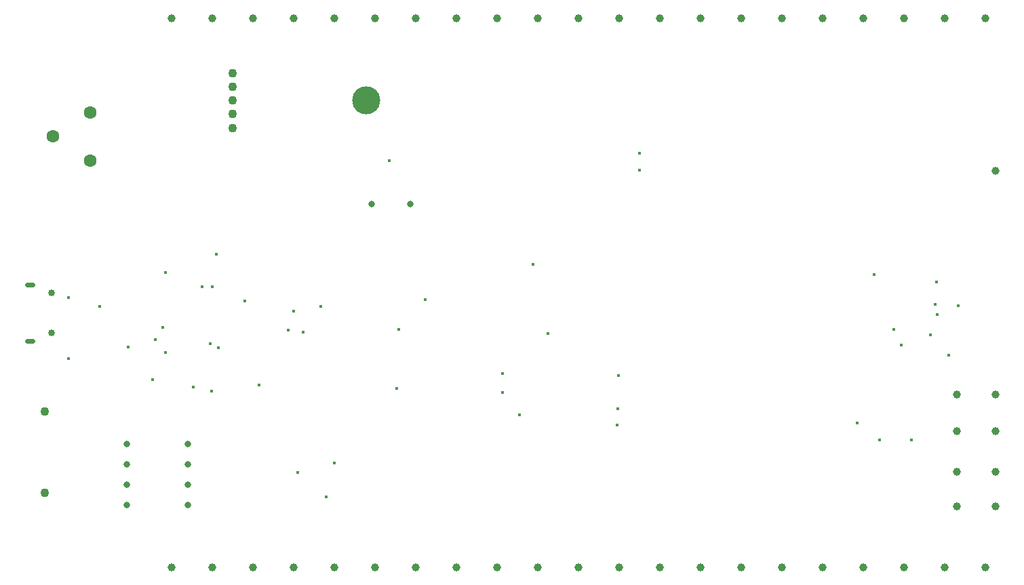
<source format=gbr>
%TF.GenerationSoftware,KiCad,Pcbnew,(5.1.7)-1*%
%TF.CreationDate,2020-11-09T16:27:31-06:00*%
%TF.ProjectId,MCU breakout board,4d435520-6272-4656-916b-6f757420626f,rev?*%
%TF.SameCoordinates,Original*%
%TF.FileFunction,Plated,1,2,PTH,Mixed*%
%TF.FilePolarity,Positive*%
%FSLAX46Y46*%
G04 Gerber Fmt 4.6, Leading zero omitted, Abs format (unit mm)*
G04 Created by KiCad (PCBNEW (5.1.7)-1) date 2020-11-09 16:27:31*
%MOMM*%
%LPD*%
G01*
G04 APERTURE LIST*
%TA.AperFunction,ViaDrill*%
%ADD10C,0.400000*%
%TD*%
G04 aperture for slot hole*
%TA.AperFunction,ComponentDrill*%
%ADD11C,0.600000*%
%TD*%
%TA.AperFunction,ComponentDrill*%
%ADD12C,0.800000*%
%TD*%
%TA.AperFunction,ComponentDrill*%
%ADD13C,0.850000*%
%TD*%
%TA.AperFunction,ComponentDrill*%
%ADD14C,1.000000*%
%TD*%
%TA.AperFunction,ComponentDrill*%
%ADD15C,1.100000*%
%TD*%
%TA.AperFunction,ComponentDrill*%
%ADD16C,1.600000*%
%TD*%
%TA.AperFunction,ComponentDrill*%
%ADD17C,3.500000*%
%TD*%
G04 APERTURE END LIST*
D10*
X58200000Y-118700000D03*
X58200000Y-126400000D03*
X62100000Y-119800000D03*
X65700000Y-124900000D03*
X68751000Y-128949000D03*
X69100000Y-124000000D03*
X70000000Y-122500000D03*
X70300000Y-125600000D03*
X70358000Y-115570000D03*
X73800000Y-129900000D03*
X74930000Y-117348000D03*
X75946000Y-124460000D03*
X76073000Y-130429000D03*
X76200000Y-117348000D03*
X76708000Y-113284000D03*
X76962000Y-124968000D03*
X80264000Y-119126000D03*
X82042000Y-129667000D03*
X85700000Y-122800000D03*
X86360000Y-120396000D03*
X86839500Y-140560500D03*
X87503000Y-123063000D03*
X89725500Y-119824500D03*
X90424000Y-143637000D03*
X91388250Y-139394250D03*
X98298000Y-101600000D03*
X99187000Y-130048000D03*
X99441000Y-122682000D03*
X102767010Y-118974990D03*
X112400000Y-128200000D03*
X112400000Y-130600000D03*
X114554000Y-133350000D03*
X116205000Y-114554000D03*
X118110000Y-123190000D03*
X126746000Y-134620000D03*
X126800000Y-132600000D03*
X126900000Y-128500000D03*
X129500000Y-100700000D03*
X129500000Y-102800000D03*
X156718000Y-134366000D03*
X158800000Y-115900000D03*
X159512000Y-136525000D03*
X161290000Y-122682000D03*
X162179000Y-124688600D03*
X163449000Y-136525000D03*
X165800000Y-123400000D03*
X166402000Y-119602000D03*
X166600000Y-116800000D03*
X166700000Y-120900000D03*
X168100000Y-125900000D03*
X169327011Y-119724989D03*
D11*
%TO.C,J2*%
X53722500Y-117150000D02*
X53022500Y-117150000D01*
X53022500Y-124150000D02*
X53722500Y-124150000D01*
D12*
%TO.C,Y1*%
X96040000Y-107080000D03*
X100920000Y-107080000D03*
%TO.C,U2*%
X65510000Y-137010000D03*
X65510000Y-139550000D03*
X65510000Y-142090000D03*
X65510000Y-144630000D03*
X73130000Y-137010000D03*
X73130000Y-139550000D03*
X73130000Y-142090000D03*
X73130000Y-144630000D03*
D13*
%TO.C,J2*%
X56072500Y-118150000D03*
X56072500Y-123150000D03*
D14*
%TO.C,P32*%
X91440000Y-83820000D03*
%TO.C,P28*%
X121920000Y-152400000D03*
%TO.C,P50*%
X169164000Y-135382000D03*
%TO.C,P17*%
X167640000Y-83820000D03*
%TO.C,P13*%
X162560000Y-152400000D03*
%TO.C,P45*%
X173990000Y-140462000D03*
%TO.C,P47*%
X173990000Y-130810000D03*
%TO.C,P29*%
X106680000Y-83820000D03*
%TO.C,P42*%
X137160000Y-83820000D03*
%TO.C,P30*%
X101600000Y-83820000D03*
%TO.C,P26*%
X132080000Y-152400000D03*
%TO.C,P6*%
X76200000Y-152400000D03*
%TO.C,P27*%
X127000000Y-152400000D03*
%TO.C,P41*%
X132080000Y-83820000D03*
%TO.C,P44*%
X147320000Y-83820000D03*
%TO.C,P24*%
X142240000Y-152400000D03*
%TO.C,P5*%
X71120000Y-152400000D03*
%TO.C,P46*%
X169164000Y-140462000D03*
%TO.C,P9*%
X91440000Y-152400000D03*
%TO.C,P34*%
X81280000Y-83820000D03*
%TO.C,P43*%
X142240000Y-83820000D03*
%TO.C,P22*%
X152400000Y-83820000D03*
%TO.C,P19*%
X157480000Y-152400000D03*
%TO.C,P23*%
X147320000Y-152400000D03*
%TO.C,P37*%
X116840000Y-83820000D03*
%TO.C,P40*%
X127000000Y-83820000D03*
%TO.C,P20*%
X157480000Y-83820000D03*
%TO.C,P18*%
X162560000Y-83820000D03*
%TO.C,P7*%
X81280000Y-152400000D03*
%TO.C,P14*%
X167640000Y-152400000D03*
%TO.C,P11*%
X101600000Y-152400000D03*
%TO.C,P25*%
X137160000Y-152400000D03*
%TO.C,P31*%
X96520000Y-83820000D03*
%TO.C,P33*%
X86360000Y-83820000D03*
%TO.C,P38*%
X71120000Y-83820000D03*
%TO.C,P51*%
X116840000Y-152400000D03*
%TO.C,P10*%
X96520000Y-152400000D03*
%TO.C,P16*%
X172720000Y-83820000D03*
%TO.C,P48*%
X173990000Y-135382000D03*
%TO.C,P8*%
X86360000Y-152400000D03*
%TO.C,P12*%
X173990000Y-144780000D03*
%TO.C,P49*%
X169164000Y-130810000D03*
%TO.C,P39*%
X121920000Y-83820000D03*
%TO.C,P35*%
X111760000Y-83820000D03*
%TO.C,P36*%
X76200000Y-83820000D03*
%TO.C,P1*%
X173990000Y-102870000D03*
%TO.C,P15*%
X172720000Y-152400000D03*
%TO.C,P4*%
X106680000Y-152400000D03*
%TO.C,P3*%
X111760000Y-152400000D03*
%TO.C,P2*%
X169164000Y-144780000D03*
%TO.C,P21*%
X152400000Y-152400000D03*
D15*
%TO.C,U3*%
X78740000Y-90736000D03*
X78740000Y-92436000D03*
X78740000Y-94136000D03*
X78740000Y-95836000D03*
X78740000Y-97536000D03*
%TO.C,D1*%
X55300000Y-132940000D03*
X55300000Y-143100000D03*
D16*
%TO.C,J1*%
X56260000Y-98600000D03*
X60960000Y-95600000D03*
X60960000Y-101600000D03*
D17*
%TO.C,U3*%
X95400000Y-94136000D03*
M02*

</source>
